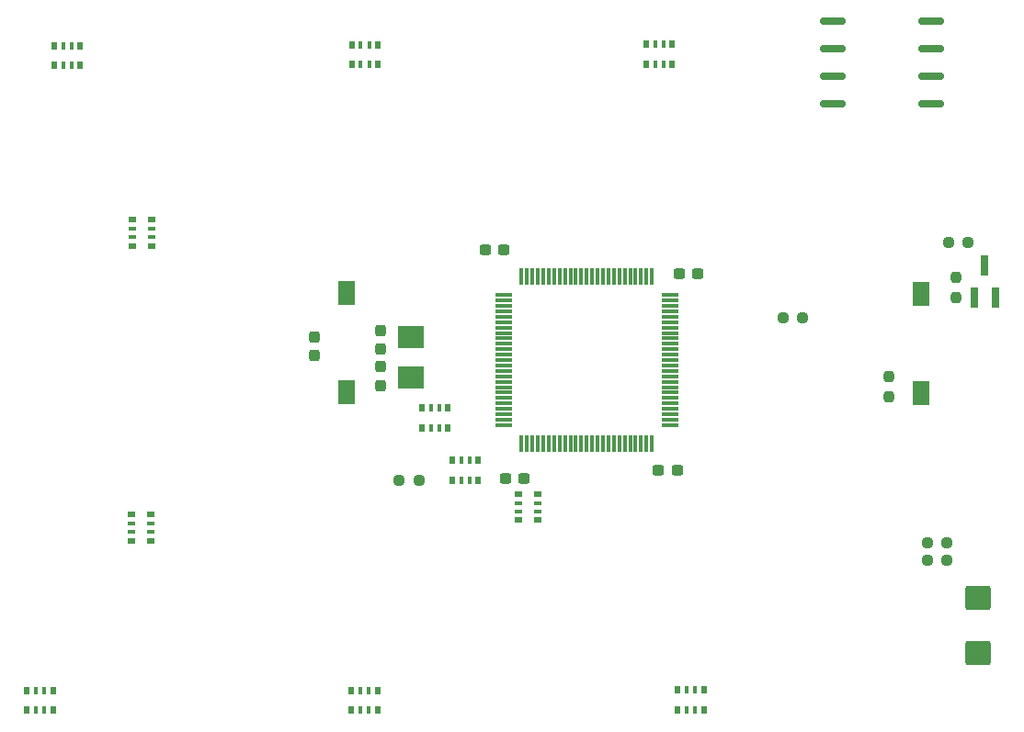
<source format=gbr>
%TF.GenerationSoftware,KiCad,Pcbnew,6.0.10*%
%TF.CreationDate,2023-02-06T19:48:01+03:00*%
%TF.ProjectId,multistepper,6d756c74-6973-4746-9570-7065722e6b69,rev?*%
%TF.SameCoordinates,Original*%
%TF.FileFunction,Paste,Top*%
%TF.FilePolarity,Positive*%
%FSLAX46Y46*%
G04 Gerber Fmt 4.6, Leading zero omitted, Abs format (unit mm)*
G04 Created by KiCad (PCBNEW 6.0.10) date 2023-02-06 19:48:01*
%MOMM*%
%LPD*%
G01*
G04 APERTURE LIST*
G04 Aperture macros list*
%AMRoundRect*
0 Rectangle with rounded corners*
0 $1 Rounding radius*
0 $2 $3 $4 $5 $6 $7 $8 $9 X,Y pos of 4 corners*
0 Add a 4 corners polygon primitive as box body*
4,1,4,$2,$3,$4,$5,$6,$7,$8,$9,$2,$3,0*
0 Add four circle primitives for the rounded corners*
1,1,$1+$1,$2,$3*
1,1,$1+$1,$4,$5*
1,1,$1+$1,$6,$7*
1,1,$1+$1,$8,$9*
0 Add four rect primitives between the rounded corners*
20,1,$1+$1,$2,$3,$4,$5,0*
20,1,$1+$1,$4,$5,$6,$7,0*
20,1,$1+$1,$6,$7,$8,$9,0*
20,1,$1+$1,$8,$9,$2,$3,0*%
G04 Aperture macros list end*
%ADD10RoundRect,0.237500X-0.300000X-0.237500X0.300000X-0.237500X0.300000X0.237500X-0.300000X0.237500X0*%
%ADD11R,1.600000X2.180000*%
%ADD12RoundRect,0.237500X-0.237500X0.250000X-0.237500X-0.250000X0.237500X-0.250000X0.237500X0.250000X0*%
%ADD13R,0.500000X0.800000*%
%ADD14R,0.400000X0.800000*%
%ADD15R,0.800000X0.500000*%
%ADD16R,0.800000X0.400000*%
%ADD17RoundRect,0.237500X0.250000X0.237500X-0.250000X0.237500X-0.250000X-0.237500X0.250000X-0.237500X0*%
%ADD18R,0.800000X1.900000*%
%ADD19RoundRect,0.075000X-0.725000X-0.075000X0.725000X-0.075000X0.725000X0.075000X-0.725000X0.075000X0*%
%ADD20RoundRect,0.075000X-0.075000X-0.725000X0.075000X-0.725000X0.075000X0.725000X-0.075000X0.725000X0*%
%ADD21RoundRect,0.237500X0.237500X-0.300000X0.237500X0.300000X-0.237500X0.300000X-0.237500X-0.300000X0*%
%ADD22RoundRect,0.237500X-0.250000X-0.237500X0.250000X-0.237500X0.250000X0.237500X-0.250000X0.237500X0*%
%ADD23R,2.400000X2.000000*%
%ADD24RoundRect,0.237500X0.237500X-0.250000X0.237500X0.250000X-0.237500X0.250000X-0.237500X-0.250000X0*%
%ADD25RoundRect,0.237500X-0.237500X0.300000X-0.237500X-0.300000X0.237500X-0.300000X0.237500X0.300000X0*%
%ADD26RoundRect,0.162500X-1.012500X-0.162500X1.012500X-0.162500X1.012500X0.162500X-1.012500X0.162500X0*%
%ADD27RoundRect,0.237500X0.300000X0.237500X-0.300000X0.237500X-0.300000X-0.237500X0.300000X-0.237500X0*%
%ADD28RoundRect,0.250000X-0.925000X0.875000X-0.925000X-0.875000X0.925000X-0.875000X0.925000X0.875000X0*%
G04 APERTURE END LIST*
D10*
%TO.C,C9*%
X110035000Y-79502000D03*
X111760000Y-79502000D03*
%TD*%
D11*
%TO.C,SW2*%
X150164800Y-83548000D03*
X150164800Y-92728000D03*
%TD*%
D12*
%TO.C,R36*%
X153416000Y-82043900D03*
X153416000Y-83868900D03*
%TD*%
D13*
%TO.C,RN11*%
X127270450Y-60560000D03*
D14*
X126470450Y-60560000D03*
X125670450Y-60560000D03*
D13*
X124870450Y-60560000D03*
X124870450Y-62360000D03*
D14*
X125670450Y-62360000D03*
X126470450Y-62360000D03*
D13*
X127270450Y-62360000D03*
%TD*%
D15*
%TO.C,RN7*%
X113095200Y-102025600D03*
D16*
X113095200Y-102825600D03*
X113095200Y-103625600D03*
D15*
X113095200Y-104425600D03*
X114895200Y-104425600D03*
D16*
X114895200Y-103625600D03*
X114895200Y-102825600D03*
D15*
X114895200Y-102025600D03*
%TD*%
D17*
%TO.C,R33*%
X154529800Y-78841600D03*
X152704800Y-78841600D03*
%TD*%
D18*
%TO.C,Q3*%
X155107600Y-83897600D03*
X157007600Y-83897600D03*
X156057600Y-80897600D03*
%TD*%
D19*
%TO.C,U1*%
X111705000Y-83662000D03*
X111705000Y-84162000D03*
X111705000Y-84662000D03*
X111705000Y-85162000D03*
X111705000Y-85662000D03*
X111705000Y-86162000D03*
X111705000Y-86662000D03*
X111705000Y-87162000D03*
X111705000Y-87662000D03*
X111705000Y-88162000D03*
X111705000Y-88662000D03*
X111705000Y-89162000D03*
X111705000Y-89662000D03*
X111705000Y-90162000D03*
X111705000Y-90662000D03*
X111705000Y-91162000D03*
X111705000Y-91662000D03*
X111705000Y-92162000D03*
X111705000Y-92662000D03*
X111705000Y-93162000D03*
X111705000Y-93662000D03*
X111705000Y-94162000D03*
X111705000Y-94662000D03*
X111705000Y-95162000D03*
X111705000Y-95662000D03*
D20*
X113380000Y-97337000D03*
X113880000Y-97337000D03*
X114380000Y-97337000D03*
X114880000Y-97337000D03*
X115380000Y-97337000D03*
X115880000Y-97337000D03*
X116380000Y-97337000D03*
X116880000Y-97337000D03*
X117380000Y-97337000D03*
X117880000Y-97337000D03*
X118380000Y-97337000D03*
X118880000Y-97337000D03*
X119380000Y-97337000D03*
X119880000Y-97337000D03*
X120380000Y-97337000D03*
X120880000Y-97337000D03*
X121380000Y-97337000D03*
X121880000Y-97337000D03*
X122380000Y-97337000D03*
X122880000Y-97337000D03*
X123380000Y-97337000D03*
X123880000Y-97337000D03*
X124380000Y-97337000D03*
X124880000Y-97337000D03*
X125380000Y-97337000D03*
D19*
X127055000Y-95662000D03*
X127055000Y-95162000D03*
X127055000Y-94662000D03*
X127055000Y-94162000D03*
X127055000Y-93662000D03*
X127055000Y-93162000D03*
X127055000Y-92662000D03*
X127055000Y-92162000D03*
X127055000Y-91662000D03*
X127055000Y-91162000D03*
X127055000Y-90662000D03*
X127055000Y-90162000D03*
X127055000Y-89662000D03*
X127055000Y-89162000D03*
X127055000Y-88662000D03*
X127055000Y-88162000D03*
X127055000Y-87662000D03*
X127055000Y-87162000D03*
X127055000Y-86662000D03*
X127055000Y-86162000D03*
X127055000Y-85662000D03*
X127055000Y-85162000D03*
X127055000Y-84662000D03*
X127055000Y-84162000D03*
X127055000Y-83662000D03*
D20*
X125380000Y-81987000D03*
X124880000Y-81987000D03*
X124380000Y-81987000D03*
X123880000Y-81987000D03*
X123380000Y-81987000D03*
X122880000Y-81987000D03*
X122380000Y-81987000D03*
X121880000Y-81987000D03*
X121380000Y-81987000D03*
X120880000Y-81987000D03*
X120380000Y-81987000D03*
X119880000Y-81987000D03*
X119380000Y-81987000D03*
X118880000Y-81987000D03*
X118380000Y-81987000D03*
X117880000Y-81987000D03*
X117380000Y-81987000D03*
X116880000Y-81987000D03*
X116380000Y-81987000D03*
X115880000Y-81987000D03*
X115380000Y-81987000D03*
X114880000Y-81987000D03*
X114380000Y-81987000D03*
X113880000Y-81987000D03*
X113380000Y-81987000D03*
%TD*%
D21*
%TO.C,C4*%
X100417350Y-91997700D03*
X100417350Y-90272700D03*
%TD*%
D22*
%TO.C,R35*%
X137466700Y-85801200D03*
X139291700Y-85801200D03*
%TD*%
D23*
%TO.C,Y1*%
X103225600Y-87558000D03*
X103225600Y-91258000D03*
%TD*%
D13*
%TO.C,RN6*%
X104210000Y-95896000D03*
D14*
X105010000Y-95896000D03*
X105810000Y-95896000D03*
D13*
X106610000Y-95896000D03*
X106610000Y-94096000D03*
D14*
X105810000Y-94096000D03*
X105010000Y-94096000D03*
D13*
X104210000Y-94096000D03*
%TD*%
D24*
%TO.C,R2*%
X147218400Y-93012900D03*
X147218400Y-91187900D03*
%TD*%
D10*
%TO.C,C5*%
X127889000Y-81661000D03*
X129614000Y-81661000D03*
%TD*%
D25*
%TO.C,C2*%
X94284800Y-87528400D03*
X94284800Y-89253400D03*
%TD*%
D13*
%TO.C,RN10*%
X100165075Y-60621827D03*
D14*
X99365075Y-60621827D03*
X98565075Y-60621827D03*
D13*
X97765075Y-60621827D03*
X97765075Y-62421827D03*
D14*
X98565075Y-62421827D03*
X99365075Y-62421827D03*
D13*
X100165075Y-62421827D03*
%TD*%
%TO.C,RN5*%
X107004000Y-100722000D03*
D14*
X107804000Y-100722000D03*
X108604000Y-100722000D03*
D13*
X109404000Y-100722000D03*
X109404000Y-98922000D03*
D14*
X108604000Y-98922000D03*
X107804000Y-98922000D03*
D13*
X107004000Y-98922000D03*
%TD*%
D25*
%TO.C,C1*%
X100417350Y-86917700D03*
X100417350Y-88642700D03*
%TD*%
D26*
%TO.C,U2*%
X142033000Y-58420000D03*
X142033000Y-60960000D03*
X142033000Y-63500000D03*
X142033000Y-66040000D03*
X151083000Y-66040000D03*
X151083000Y-63500000D03*
X151083000Y-60960000D03*
X151083000Y-58420000D03*
%TD*%
D13*
%TO.C,RN13*%
X97696000Y-121940000D03*
D14*
X98496000Y-121940000D03*
X99296000Y-121940000D03*
D13*
X100096000Y-121940000D03*
X100096000Y-120140000D03*
D14*
X99296000Y-120140000D03*
X98496000Y-120140000D03*
D13*
X97696000Y-120140000D03*
%TD*%
%TO.C,RN9*%
X72744000Y-60683654D03*
D14*
X71944000Y-60683654D03*
X71144000Y-60683654D03*
D13*
X70344000Y-60683654D03*
X70344000Y-62483654D03*
D14*
X71144000Y-62483654D03*
X71944000Y-62483654D03*
D13*
X72744000Y-62483654D03*
%TD*%
D15*
%TO.C,RN15*%
X77466000Y-103917600D03*
D16*
X77466000Y-104717600D03*
X77466000Y-105517600D03*
D15*
X77466000Y-106317600D03*
X79266000Y-106317600D03*
D16*
X79266000Y-105517600D03*
X79266000Y-104717600D03*
D15*
X79266000Y-103917600D03*
%TD*%
D27*
%TO.C,C6*%
X127709000Y-99822000D03*
X125984000Y-99822000D03*
%TD*%
D11*
%TO.C,SW1*%
X97282000Y-83479200D03*
X97282000Y-92659200D03*
%TD*%
D17*
%TO.C,R11*%
X152552400Y-108102400D03*
X150727400Y-108102400D03*
%TD*%
D13*
%TO.C,RN14*%
X67834925Y-121940000D03*
D14*
X68634925Y-121940000D03*
X69434925Y-121940000D03*
D13*
X70234925Y-121940000D03*
X70234925Y-120140000D03*
D14*
X69434925Y-120140000D03*
X68634925Y-120140000D03*
D13*
X67834925Y-120140000D03*
%TD*%
D22*
%TO.C,R10*%
X150727400Y-106527600D03*
X152552400Y-106527600D03*
%TD*%
D27*
%TO.C,C7*%
X113638500Y-100584000D03*
X111913500Y-100584000D03*
%TD*%
D28*
%TO.C,C14*%
X155397200Y-111546800D03*
X155397200Y-116646800D03*
%TD*%
D22*
%TO.C,R9*%
X102109900Y-100736400D03*
X103934900Y-100736400D03*
%TD*%
D13*
%TO.C,RN12*%
X127756000Y-121880000D03*
D14*
X128556000Y-121880000D03*
X129356000Y-121880000D03*
D13*
X130156000Y-121880000D03*
X130156000Y-120080000D03*
D14*
X129356000Y-120080000D03*
X128556000Y-120080000D03*
D13*
X127756000Y-120080000D03*
%TD*%
D15*
%TO.C,RN8*%
X77494000Y-76730000D03*
D16*
X77494000Y-77530000D03*
X77494000Y-78330000D03*
D15*
X77494000Y-79130000D03*
X79294000Y-79130000D03*
D16*
X79294000Y-78330000D03*
X79294000Y-77530000D03*
D15*
X79294000Y-76730000D03*
%TD*%
M02*

</source>
